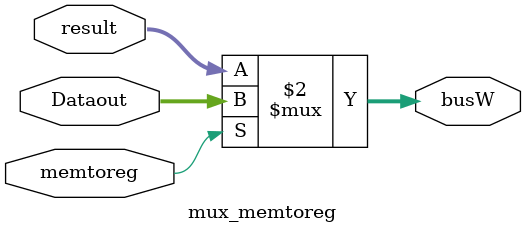
<source format=v>
module mux_memtoreg(result,Dataout,memtoreg,busW);
	input wire memtoreg;
	input wire[31:0] result,Dataout;
	output wire[31:0] busW;

	assign busW=(memtoreg==0)?result:Dataout;
endmodule

</source>
